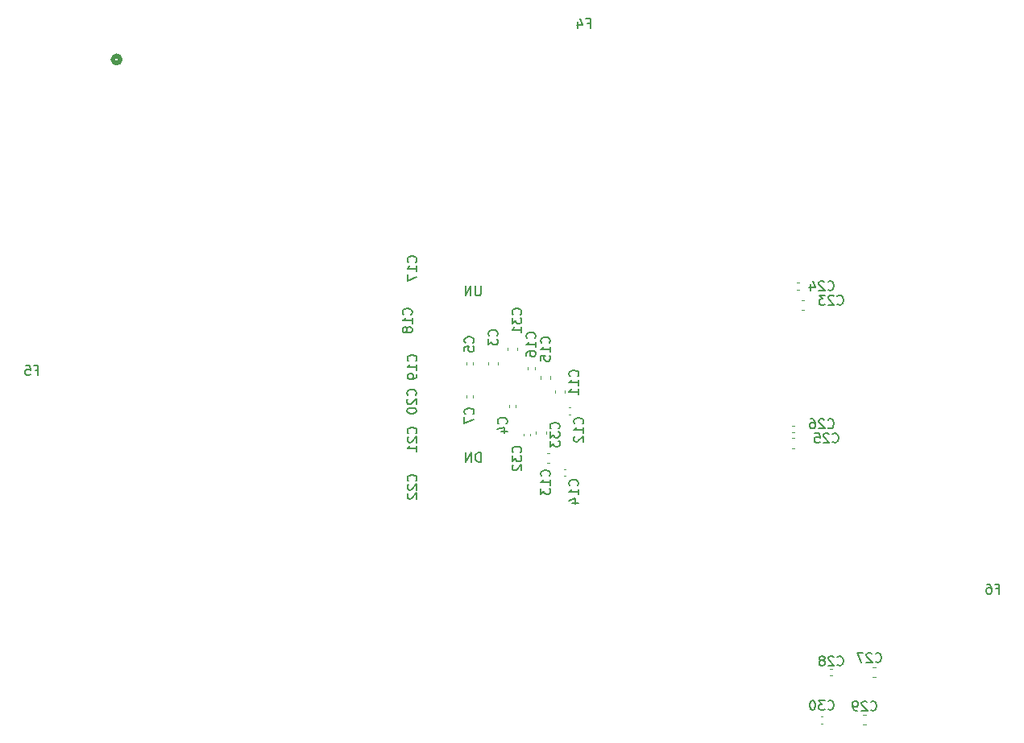
<source format=gbr>
%TF.GenerationSoftware,KiCad,Pcbnew,8.0.6-8.0.6-0~ubuntu24.04.1*%
%TF.CreationDate,2025-02-21T12:27:14-10:00*%
%TF.ProjectId,board_main,626f6172-645f-46d6-9169-6e2e6b696361,rev?*%
%TF.SameCoordinates,Original*%
%TF.FileFunction,Legend,Bot*%
%TF.FilePolarity,Positive*%
%FSLAX46Y46*%
G04 Gerber Fmt 4.6, Leading zero omitted, Abs format (unit mm)*
G04 Created by KiCad (PCBNEW 8.0.6-8.0.6-0~ubuntu24.04.1) date 2025-02-21 12:27:14*
%MOMM*%
%LPD*%
G01*
G04 APERTURE LIST*
%ADD10C,0.150000*%
%ADD11C,0.508000*%
%ADD12C,0.120000*%
G04 APERTURE END LIST*
D10*
X117663220Y-86869819D02*
X117663220Y-87679342D01*
X117663220Y-87679342D02*
X117615601Y-87774580D01*
X117615601Y-87774580D02*
X117567982Y-87822200D01*
X117567982Y-87822200D02*
X117472744Y-87869819D01*
X117472744Y-87869819D02*
X117282268Y-87869819D01*
X117282268Y-87869819D02*
X117187030Y-87822200D01*
X117187030Y-87822200D02*
X117139411Y-87774580D01*
X117139411Y-87774580D02*
X117091792Y-87679342D01*
X117091792Y-87679342D02*
X117091792Y-86869819D01*
X116615601Y-87869819D02*
X116615601Y-86869819D01*
X116615601Y-86869819D02*
X116044173Y-87869819D01*
X116044173Y-87869819D02*
X116044173Y-86869819D01*
X117663220Y-105369819D02*
X117663220Y-104369819D01*
X117663220Y-104369819D02*
X117425125Y-104369819D01*
X117425125Y-104369819D02*
X117282268Y-104417438D01*
X117282268Y-104417438D02*
X117187030Y-104512676D01*
X117187030Y-104512676D02*
X117139411Y-104607914D01*
X117139411Y-104607914D02*
X117091792Y-104798390D01*
X117091792Y-104798390D02*
X117091792Y-104941247D01*
X117091792Y-104941247D02*
X117139411Y-105131723D01*
X117139411Y-105131723D02*
X117187030Y-105226961D01*
X117187030Y-105226961D02*
X117282268Y-105322200D01*
X117282268Y-105322200D02*
X117425125Y-105369819D01*
X117425125Y-105369819D02*
X117663220Y-105369819D01*
X116663220Y-105369819D02*
X116663220Y-104369819D01*
X116663220Y-104369819D02*
X116091792Y-105369819D01*
X116091792Y-105369819D02*
X116091792Y-104369819D01*
X171833333Y-118716509D02*
X172166666Y-118716509D01*
X172166666Y-119240319D02*
X172166666Y-118240319D01*
X172166666Y-118240319D02*
X171690476Y-118240319D01*
X170880952Y-118240319D02*
X171071428Y-118240319D01*
X171071428Y-118240319D02*
X171166666Y-118287938D01*
X171166666Y-118287938D02*
X171214285Y-118335557D01*
X171214285Y-118335557D02*
X171309523Y-118478414D01*
X171309523Y-118478414D02*
X171357142Y-118668890D01*
X171357142Y-118668890D02*
X171357142Y-119049842D01*
X171357142Y-119049842D02*
X171309523Y-119145080D01*
X171309523Y-119145080D02*
X171261904Y-119192700D01*
X171261904Y-119192700D02*
X171166666Y-119240319D01*
X171166666Y-119240319D02*
X170976190Y-119240319D01*
X170976190Y-119240319D02*
X170880952Y-119192700D01*
X170880952Y-119192700D02*
X170833333Y-119145080D01*
X170833333Y-119145080D02*
X170785714Y-119049842D01*
X170785714Y-119049842D02*
X170785714Y-118811747D01*
X170785714Y-118811747D02*
X170833333Y-118716509D01*
X170833333Y-118716509D02*
X170880952Y-118668890D01*
X170880952Y-118668890D02*
X170976190Y-118621271D01*
X170976190Y-118621271D02*
X171166666Y-118621271D01*
X171166666Y-118621271D02*
X171261904Y-118668890D01*
X171261904Y-118668890D02*
X171309523Y-118716509D01*
X171309523Y-118716509D02*
X171357142Y-118811747D01*
X70833333Y-95716509D02*
X71166666Y-95716509D01*
X71166666Y-96240319D02*
X71166666Y-95240319D01*
X71166666Y-95240319D02*
X70690476Y-95240319D01*
X69833333Y-95240319D02*
X70309523Y-95240319D01*
X70309523Y-95240319D02*
X70357142Y-95716509D01*
X70357142Y-95716509D02*
X70309523Y-95668890D01*
X70309523Y-95668890D02*
X70214285Y-95621271D01*
X70214285Y-95621271D02*
X69976190Y-95621271D01*
X69976190Y-95621271D02*
X69880952Y-95668890D01*
X69880952Y-95668890D02*
X69833333Y-95716509D01*
X69833333Y-95716509D02*
X69785714Y-95811747D01*
X69785714Y-95811747D02*
X69785714Y-96049842D01*
X69785714Y-96049842D02*
X69833333Y-96145080D01*
X69833333Y-96145080D02*
X69880952Y-96192700D01*
X69880952Y-96192700D02*
X69976190Y-96240319D01*
X69976190Y-96240319D02*
X70214285Y-96240319D01*
X70214285Y-96240319D02*
X70309523Y-96192700D01*
X70309523Y-96192700D02*
X70357142Y-96145080D01*
X128833333Y-59216509D02*
X129166666Y-59216509D01*
X129166666Y-59740319D02*
X129166666Y-58740319D01*
X129166666Y-58740319D02*
X128690476Y-58740319D01*
X127880952Y-59073652D02*
X127880952Y-59740319D01*
X128119047Y-58692700D02*
X128357142Y-59406985D01*
X128357142Y-59406985D02*
X127738095Y-59406985D01*
X110359580Y-89857142D02*
X110407200Y-89809523D01*
X110407200Y-89809523D02*
X110454819Y-89666666D01*
X110454819Y-89666666D02*
X110454819Y-89571428D01*
X110454819Y-89571428D02*
X110407200Y-89428571D01*
X110407200Y-89428571D02*
X110311961Y-89333333D01*
X110311961Y-89333333D02*
X110216723Y-89285714D01*
X110216723Y-89285714D02*
X110026247Y-89238095D01*
X110026247Y-89238095D02*
X109883390Y-89238095D01*
X109883390Y-89238095D02*
X109692914Y-89285714D01*
X109692914Y-89285714D02*
X109597676Y-89333333D01*
X109597676Y-89333333D02*
X109502438Y-89428571D01*
X109502438Y-89428571D02*
X109454819Y-89571428D01*
X109454819Y-89571428D02*
X109454819Y-89666666D01*
X109454819Y-89666666D02*
X109502438Y-89809523D01*
X109502438Y-89809523D02*
X109550057Y-89857142D01*
X110454819Y-90809523D02*
X110454819Y-90238095D01*
X110454819Y-90523809D02*
X109454819Y-90523809D01*
X109454819Y-90523809D02*
X109597676Y-90428571D01*
X109597676Y-90428571D02*
X109692914Y-90333333D01*
X109692914Y-90333333D02*
X109740533Y-90238095D01*
X109883390Y-91380952D02*
X109835771Y-91285714D01*
X109835771Y-91285714D02*
X109788152Y-91238095D01*
X109788152Y-91238095D02*
X109692914Y-91190476D01*
X109692914Y-91190476D02*
X109645295Y-91190476D01*
X109645295Y-91190476D02*
X109550057Y-91238095D01*
X109550057Y-91238095D02*
X109502438Y-91285714D01*
X109502438Y-91285714D02*
X109454819Y-91380952D01*
X109454819Y-91380952D02*
X109454819Y-91571428D01*
X109454819Y-91571428D02*
X109502438Y-91666666D01*
X109502438Y-91666666D02*
X109550057Y-91714285D01*
X109550057Y-91714285D02*
X109645295Y-91761904D01*
X109645295Y-91761904D02*
X109692914Y-91761904D01*
X109692914Y-91761904D02*
X109788152Y-91714285D01*
X109788152Y-91714285D02*
X109835771Y-91666666D01*
X109835771Y-91666666D02*
X109883390Y-91571428D01*
X109883390Y-91571428D02*
X109883390Y-91380952D01*
X109883390Y-91380952D02*
X109931009Y-91285714D01*
X109931009Y-91285714D02*
X109978628Y-91238095D01*
X109978628Y-91238095D02*
X110073866Y-91190476D01*
X110073866Y-91190476D02*
X110264342Y-91190476D01*
X110264342Y-91190476D02*
X110359580Y-91238095D01*
X110359580Y-91238095D02*
X110407200Y-91285714D01*
X110407200Y-91285714D02*
X110454819Y-91380952D01*
X110454819Y-91380952D02*
X110454819Y-91571428D01*
X110454819Y-91571428D02*
X110407200Y-91666666D01*
X110407200Y-91666666D02*
X110359580Y-91714285D01*
X110359580Y-91714285D02*
X110264342Y-91761904D01*
X110264342Y-91761904D02*
X110073866Y-91761904D01*
X110073866Y-91761904D02*
X109978628Y-91714285D01*
X109978628Y-91714285D02*
X109931009Y-91666666D01*
X109931009Y-91666666D02*
X109883390Y-91571428D01*
X159142857Y-126359580D02*
X159190476Y-126407200D01*
X159190476Y-126407200D02*
X159333333Y-126454819D01*
X159333333Y-126454819D02*
X159428571Y-126454819D01*
X159428571Y-126454819D02*
X159571428Y-126407200D01*
X159571428Y-126407200D02*
X159666666Y-126311961D01*
X159666666Y-126311961D02*
X159714285Y-126216723D01*
X159714285Y-126216723D02*
X159761904Y-126026247D01*
X159761904Y-126026247D02*
X159761904Y-125883390D01*
X159761904Y-125883390D02*
X159714285Y-125692914D01*
X159714285Y-125692914D02*
X159666666Y-125597676D01*
X159666666Y-125597676D02*
X159571428Y-125502438D01*
X159571428Y-125502438D02*
X159428571Y-125454819D01*
X159428571Y-125454819D02*
X159333333Y-125454819D01*
X159333333Y-125454819D02*
X159190476Y-125502438D01*
X159190476Y-125502438D02*
X159142857Y-125550057D01*
X158761904Y-125550057D02*
X158714285Y-125502438D01*
X158714285Y-125502438D02*
X158619047Y-125454819D01*
X158619047Y-125454819D02*
X158380952Y-125454819D01*
X158380952Y-125454819D02*
X158285714Y-125502438D01*
X158285714Y-125502438D02*
X158238095Y-125550057D01*
X158238095Y-125550057D02*
X158190476Y-125645295D01*
X158190476Y-125645295D02*
X158190476Y-125740533D01*
X158190476Y-125740533D02*
X158238095Y-125883390D01*
X158238095Y-125883390D02*
X158809523Y-126454819D01*
X158809523Y-126454819D02*
X158190476Y-126454819D01*
X157857142Y-125454819D02*
X157190476Y-125454819D01*
X157190476Y-125454819D02*
X157619047Y-126454819D01*
X110859580Y-107357142D02*
X110907200Y-107309523D01*
X110907200Y-107309523D02*
X110954819Y-107166666D01*
X110954819Y-107166666D02*
X110954819Y-107071428D01*
X110954819Y-107071428D02*
X110907200Y-106928571D01*
X110907200Y-106928571D02*
X110811961Y-106833333D01*
X110811961Y-106833333D02*
X110716723Y-106785714D01*
X110716723Y-106785714D02*
X110526247Y-106738095D01*
X110526247Y-106738095D02*
X110383390Y-106738095D01*
X110383390Y-106738095D02*
X110192914Y-106785714D01*
X110192914Y-106785714D02*
X110097676Y-106833333D01*
X110097676Y-106833333D02*
X110002438Y-106928571D01*
X110002438Y-106928571D02*
X109954819Y-107071428D01*
X109954819Y-107071428D02*
X109954819Y-107166666D01*
X109954819Y-107166666D02*
X110002438Y-107309523D01*
X110002438Y-107309523D02*
X110050057Y-107357142D01*
X110050057Y-107738095D02*
X110002438Y-107785714D01*
X110002438Y-107785714D02*
X109954819Y-107880952D01*
X109954819Y-107880952D02*
X109954819Y-108119047D01*
X109954819Y-108119047D02*
X110002438Y-108214285D01*
X110002438Y-108214285D02*
X110050057Y-108261904D01*
X110050057Y-108261904D02*
X110145295Y-108309523D01*
X110145295Y-108309523D02*
X110240533Y-108309523D01*
X110240533Y-108309523D02*
X110383390Y-108261904D01*
X110383390Y-108261904D02*
X110954819Y-107690476D01*
X110954819Y-107690476D02*
X110954819Y-108309523D01*
X110050057Y-108690476D02*
X110002438Y-108738095D01*
X110002438Y-108738095D02*
X109954819Y-108833333D01*
X109954819Y-108833333D02*
X109954819Y-109071428D01*
X109954819Y-109071428D02*
X110002438Y-109166666D01*
X110002438Y-109166666D02*
X110050057Y-109214285D01*
X110050057Y-109214285D02*
X110145295Y-109261904D01*
X110145295Y-109261904D02*
X110240533Y-109261904D01*
X110240533Y-109261904D02*
X110383390Y-109214285D01*
X110383390Y-109214285D02*
X110954819Y-108642857D01*
X110954819Y-108642857D02*
X110954819Y-109261904D01*
X110859580Y-94757142D02*
X110907200Y-94709523D01*
X110907200Y-94709523D02*
X110954819Y-94566666D01*
X110954819Y-94566666D02*
X110954819Y-94471428D01*
X110954819Y-94471428D02*
X110907200Y-94328571D01*
X110907200Y-94328571D02*
X110811961Y-94233333D01*
X110811961Y-94233333D02*
X110716723Y-94185714D01*
X110716723Y-94185714D02*
X110526247Y-94138095D01*
X110526247Y-94138095D02*
X110383390Y-94138095D01*
X110383390Y-94138095D02*
X110192914Y-94185714D01*
X110192914Y-94185714D02*
X110097676Y-94233333D01*
X110097676Y-94233333D02*
X110002438Y-94328571D01*
X110002438Y-94328571D02*
X109954819Y-94471428D01*
X109954819Y-94471428D02*
X109954819Y-94566666D01*
X109954819Y-94566666D02*
X110002438Y-94709523D01*
X110002438Y-94709523D02*
X110050057Y-94757142D01*
X110954819Y-95709523D02*
X110954819Y-95138095D01*
X110954819Y-95423809D02*
X109954819Y-95423809D01*
X109954819Y-95423809D02*
X110097676Y-95328571D01*
X110097676Y-95328571D02*
X110192914Y-95233333D01*
X110192914Y-95233333D02*
X110240533Y-95138095D01*
X110954819Y-96185714D02*
X110954819Y-96376190D01*
X110954819Y-96376190D02*
X110907200Y-96471428D01*
X110907200Y-96471428D02*
X110859580Y-96519047D01*
X110859580Y-96519047D02*
X110716723Y-96614285D01*
X110716723Y-96614285D02*
X110526247Y-96661904D01*
X110526247Y-96661904D02*
X110145295Y-96661904D01*
X110145295Y-96661904D02*
X110050057Y-96614285D01*
X110050057Y-96614285D02*
X110002438Y-96566666D01*
X110002438Y-96566666D02*
X109954819Y-96471428D01*
X109954819Y-96471428D02*
X109954819Y-96280952D01*
X109954819Y-96280952D02*
X110002438Y-96185714D01*
X110002438Y-96185714D02*
X110050057Y-96138095D01*
X110050057Y-96138095D02*
X110145295Y-96090476D01*
X110145295Y-96090476D02*
X110383390Y-96090476D01*
X110383390Y-96090476D02*
X110478628Y-96138095D01*
X110478628Y-96138095D02*
X110526247Y-96185714D01*
X110526247Y-96185714D02*
X110573866Y-96280952D01*
X110573866Y-96280952D02*
X110573866Y-96471428D01*
X110573866Y-96471428D02*
X110526247Y-96566666D01*
X110526247Y-96566666D02*
X110478628Y-96614285D01*
X110478628Y-96614285D02*
X110383390Y-96661904D01*
X116859580Y-100333333D02*
X116907200Y-100285714D01*
X116907200Y-100285714D02*
X116954819Y-100142857D01*
X116954819Y-100142857D02*
X116954819Y-100047619D01*
X116954819Y-100047619D02*
X116907200Y-99904762D01*
X116907200Y-99904762D02*
X116811961Y-99809524D01*
X116811961Y-99809524D02*
X116716723Y-99761905D01*
X116716723Y-99761905D02*
X116526247Y-99714286D01*
X116526247Y-99714286D02*
X116383390Y-99714286D01*
X116383390Y-99714286D02*
X116192914Y-99761905D01*
X116192914Y-99761905D02*
X116097676Y-99809524D01*
X116097676Y-99809524D02*
X116002438Y-99904762D01*
X116002438Y-99904762D02*
X115954819Y-100047619D01*
X115954819Y-100047619D02*
X115954819Y-100142857D01*
X115954819Y-100142857D02*
X116002438Y-100285714D01*
X116002438Y-100285714D02*
X116050057Y-100333333D01*
X115954819Y-100666667D02*
X115954819Y-101333333D01*
X115954819Y-101333333D02*
X116954819Y-100904762D01*
X127839580Y-107857142D02*
X127887200Y-107809523D01*
X127887200Y-107809523D02*
X127934819Y-107666666D01*
X127934819Y-107666666D02*
X127934819Y-107571428D01*
X127934819Y-107571428D02*
X127887200Y-107428571D01*
X127887200Y-107428571D02*
X127791961Y-107333333D01*
X127791961Y-107333333D02*
X127696723Y-107285714D01*
X127696723Y-107285714D02*
X127506247Y-107238095D01*
X127506247Y-107238095D02*
X127363390Y-107238095D01*
X127363390Y-107238095D02*
X127172914Y-107285714D01*
X127172914Y-107285714D02*
X127077676Y-107333333D01*
X127077676Y-107333333D02*
X126982438Y-107428571D01*
X126982438Y-107428571D02*
X126934819Y-107571428D01*
X126934819Y-107571428D02*
X126934819Y-107666666D01*
X126934819Y-107666666D02*
X126982438Y-107809523D01*
X126982438Y-107809523D02*
X127030057Y-107857142D01*
X127934819Y-108809523D02*
X127934819Y-108238095D01*
X127934819Y-108523809D02*
X126934819Y-108523809D01*
X126934819Y-108523809D02*
X127077676Y-108428571D01*
X127077676Y-108428571D02*
X127172914Y-108333333D01*
X127172914Y-108333333D02*
X127220533Y-108238095D01*
X127268152Y-109666666D02*
X127934819Y-109666666D01*
X126887200Y-109428571D02*
X127601485Y-109190476D01*
X127601485Y-109190476D02*
X127601485Y-109809523D01*
X119359580Y-92108333D02*
X119407200Y-92060714D01*
X119407200Y-92060714D02*
X119454819Y-91917857D01*
X119454819Y-91917857D02*
X119454819Y-91822619D01*
X119454819Y-91822619D02*
X119407200Y-91679762D01*
X119407200Y-91679762D02*
X119311961Y-91584524D01*
X119311961Y-91584524D02*
X119216723Y-91536905D01*
X119216723Y-91536905D02*
X119026247Y-91489286D01*
X119026247Y-91489286D02*
X118883390Y-91489286D01*
X118883390Y-91489286D02*
X118692914Y-91536905D01*
X118692914Y-91536905D02*
X118597676Y-91584524D01*
X118597676Y-91584524D02*
X118502438Y-91679762D01*
X118502438Y-91679762D02*
X118454819Y-91822619D01*
X118454819Y-91822619D02*
X118454819Y-91917857D01*
X118454819Y-91917857D02*
X118502438Y-92060714D01*
X118502438Y-92060714D02*
X118550057Y-92108333D01*
X118454819Y-92441667D02*
X118454819Y-93060714D01*
X118454819Y-93060714D02*
X118835771Y-92727381D01*
X118835771Y-92727381D02*
X118835771Y-92870238D01*
X118835771Y-92870238D02*
X118883390Y-92965476D01*
X118883390Y-92965476D02*
X118931009Y-93013095D01*
X118931009Y-93013095D02*
X119026247Y-93060714D01*
X119026247Y-93060714D02*
X119264342Y-93060714D01*
X119264342Y-93060714D02*
X119359580Y-93013095D01*
X119359580Y-93013095D02*
X119407200Y-92965476D01*
X119407200Y-92965476D02*
X119454819Y-92870238D01*
X119454819Y-92870238D02*
X119454819Y-92584524D01*
X119454819Y-92584524D02*
X119407200Y-92489286D01*
X119407200Y-92489286D02*
X119359580Y-92441667D01*
X110809580Y-98357142D02*
X110857200Y-98309523D01*
X110857200Y-98309523D02*
X110904819Y-98166666D01*
X110904819Y-98166666D02*
X110904819Y-98071428D01*
X110904819Y-98071428D02*
X110857200Y-97928571D01*
X110857200Y-97928571D02*
X110761961Y-97833333D01*
X110761961Y-97833333D02*
X110666723Y-97785714D01*
X110666723Y-97785714D02*
X110476247Y-97738095D01*
X110476247Y-97738095D02*
X110333390Y-97738095D01*
X110333390Y-97738095D02*
X110142914Y-97785714D01*
X110142914Y-97785714D02*
X110047676Y-97833333D01*
X110047676Y-97833333D02*
X109952438Y-97928571D01*
X109952438Y-97928571D02*
X109904819Y-98071428D01*
X109904819Y-98071428D02*
X109904819Y-98166666D01*
X109904819Y-98166666D02*
X109952438Y-98309523D01*
X109952438Y-98309523D02*
X110000057Y-98357142D01*
X110000057Y-98738095D02*
X109952438Y-98785714D01*
X109952438Y-98785714D02*
X109904819Y-98880952D01*
X109904819Y-98880952D02*
X109904819Y-99119047D01*
X109904819Y-99119047D02*
X109952438Y-99214285D01*
X109952438Y-99214285D02*
X110000057Y-99261904D01*
X110000057Y-99261904D02*
X110095295Y-99309523D01*
X110095295Y-99309523D02*
X110190533Y-99309523D01*
X110190533Y-99309523D02*
X110333390Y-99261904D01*
X110333390Y-99261904D02*
X110904819Y-98690476D01*
X110904819Y-98690476D02*
X110904819Y-99309523D01*
X109904819Y-99928571D02*
X109904819Y-100023809D01*
X109904819Y-100023809D02*
X109952438Y-100119047D01*
X109952438Y-100119047D02*
X110000057Y-100166666D01*
X110000057Y-100166666D02*
X110095295Y-100214285D01*
X110095295Y-100214285D02*
X110285771Y-100261904D01*
X110285771Y-100261904D02*
X110523866Y-100261904D01*
X110523866Y-100261904D02*
X110714342Y-100214285D01*
X110714342Y-100214285D02*
X110809580Y-100166666D01*
X110809580Y-100166666D02*
X110857200Y-100119047D01*
X110857200Y-100119047D02*
X110904819Y-100023809D01*
X110904819Y-100023809D02*
X110904819Y-99928571D01*
X110904819Y-99928571D02*
X110857200Y-99833333D01*
X110857200Y-99833333D02*
X110809580Y-99785714D01*
X110809580Y-99785714D02*
X110714342Y-99738095D01*
X110714342Y-99738095D02*
X110523866Y-99690476D01*
X110523866Y-99690476D02*
X110285771Y-99690476D01*
X110285771Y-99690476D02*
X110095295Y-99738095D01*
X110095295Y-99738095D02*
X110000057Y-99785714D01*
X110000057Y-99785714D02*
X109952438Y-99833333D01*
X109952438Y-99833333D02*
X109904819Y-99928571D01*
X123359580Y-92357142D02*
X123407200Y-92309523D01*
X123407200Y-92309523D02*
X123454819Y-92166666D01*
X123454819Y-92166666D02*
X123454819Y-92071428D01*
X123454819Y-92071428D02*
X123407200Y-91928571D01*
X123407200Y-91928571D02*
X123311961Y-91833333D01*
X123311961Y-91833333D02*
X123216723Y-91785714D01*
X123216723Y-91785714D02*
X123026247Y-91738095D01*
X123026247Y-91738095D02*
X122883390Y-91738095D01*
X122883390Y-91738095D02*
X122692914Y-91785714D01*
X122692914Y-91785714D02*
X122597676Y-91833333D01*
X122597676Y-91833333D02*
X122502438Y-91928571D01*
X122502438Y-91928571D02*
X122454819Y-92071428D01*
X122454819Y-92071428D02*
X122454819Y-92166666D01*
X122454819Y-92166666D02*
X122502438Y-92309523D01*
X122502438Y-92309523D02*
X122550057Y-92357142D01*
X123454819Y-93309523D02*
X123454819Y-92738095D01*
X123454819Y-93023809D02*
X122454819Y-93023809D01*
X122454819Y-93023809D02*
X122597676Y-92928571D01*
X122597676Y-92928571D02*
X122692914Y-92833333D01*
X122692914Y-92833333D02*
X122740533Y-92738095D01*
X122454819Y-94166666D02*
X122454819Y-93976190D01*
X122454819Y-93976190D02*
X122502438Y-93880952D01*
X122502438Y-93880952D02*
X122550057Y-93833333D01*
X122550057Y-93833333D02*
X122692914Y-93738095D01*
X122692914Y-93738095D02*
X122883390Y-93690476D01*
X122883390Y-93690476D02*
X123264342Y-93690476D01*
X123264342Y-93690476D02*
X123359580Y-93738095D01*
X123359580Y-93738095D02*
X123407200Y-93785714D01*
X123407200Y-93785714D02*
X123454819Y-93880952D01*
X123454819Y-93880952D02*
X123454819Y-94071428D01*
X123454819Y-94071428D02*
X123407200Y-94166666D01*
X123407200Y-94166666D02*
X123359580Y-94214285D01*
X123359580Y-94214285D02*
X123264342Y-94261904D01*
X123264342Y-94261904D02*
X123026247Y-94261904D01*
X123026247Y-94261904D02*
X122931009Y-94214285D01*
X122931009Y-94214285D02*
X122883390Y-94166666D01*
X122883390Y-94166666D02*
X122835771Y-94071428D01*
X122835771Y-94071428D02*
X122835771Y-93880952D01*
X122835771Y-93880952D02*
X122883390Y-93785714D01*
X122883390Y-93785714D02*
X122931009Y-93738095D01*
X122931009Y-93738095D02*
X123026247Y-93690476D01*
X110859580Y-84357142D02*
X110907200Y-84309523D01*
X110907200Y-84309523D02*
X110954819Y-84166666D01*
X110954819Y-84166666D02*
X110954819Y-84071428D01*
X110954819Y-84071428D02*
X110907200Y-83928571D01*
X110907200Y-83928571D02*
X110811961Y-83833333D01*
X110811961Y-83833333D02*
X110716723Y-83785714D01*
X110716723Y-83785714D02*
X110526247Y-83738095D01*
X110526247Y-83738095D02*
X110383390Y-83738095D01*
X110383390Y-83738095D02*
X110192914Y-83785714D01*
X110192914Y-83785714D02*
X110097676Y-83833333D01*
X110097676Y-83833333D02*
X110002438Y-83928571D01*
X110002438Y-83928571D02*
X109954819Y-84071428D01*
X109954819Y-84071428D02*
X109954819Y-84166666D01*
X109954819Y-84166666D02*
X110002438Y-84309523D01*
X110002438Y-84309523D02*
X110050057Y-84357142D01*
X110954819Y-85309523D02*
X110954819Y-84738095D01*
X110954819Y-85023809D02*
X109954819Y-85023809D01*
X109954819Y-85023809D02*
X110097676Y-84928571D01*
X110097676Y-84928571D02*
X110192914Y-84833333D01*
X110192914Y-84833333D02*
X110240533Y-84738095D01*
X109954819Y-85642857D02*
X109954819Y-86309523D01*
X109954819Y-86309523D02*
X110954819Y-85880952D01*
X155142857Y-126699580D02*
X155190476Y-126747200D01*
X155190476Y-126747200D02*
X155333333Y-126794819D01*
X155333333Y-126794819D02*
X155428571Y-126794819D01*
X155428571Y-126794819D02*
X155571428Y-126747200D01*
X155571428Y-126747200D02*
X155666666Y-126651961D01*
X155666666Y-126651961D02*
X155714285Y-126556723D01*
X155714285Y-126556723D02*
X155761904Y-126366247D01*
X155761904Y-126366247D02*
X155761904Y-126223390D01*
X155761904Y-126223390D02*
X155714285Y-126032914D01*
X155714285Y-126032914D02*
X155666666Y-125937676D01*
X155666666Y-125937676D02*
X155571428Y-125842438D01*
X155571428Y-125842438D02*
X155428571Y-125794819D01*
X155428571Y-125794819D02*
X155333333Y-125794819D01*
X155333333Y-125794819D02*
X155190476Y-125842438D01*
X155190476Y-125842438D02*
X155142857Y-125890057D01*
X154761904Y-125890057D02*
X154714285Y-125842438D01*
X154714285Y-125842438D02*
X154619047Y-125794819D01*
X154619047Y-125794819D02*
X154380952Y-125794819D01*
X154380952Y-125794819D02*
X154285714Y-125842438D01*
X154285714Y-125842438D02*
X154238095Y-125890057D01*
X154238095Y-125890057D02*
X154190476Y-125985295D01*
X154190476Y-125985295D02*
X154190476Y-126080533D01*
X154190476Y-126080533D02*
X154238095Y-126223390D01*
X154238095Y-126223390D02*
X154809523Y-126794819D01*
X154809523Y-126794819D02*
X154190476Y-126794819D01*
X153619047Y-126223390D02*
X153714285Y-126175771D01*
X153714285Y-126175771D02*
X153761904Y-126128152D01*
X153761904Y-126128152D02*
X153809523Y-126032914D01*
X153809523Y-126032914D02*
X153809523Y-125985295D01*
X153809523Y-125985295D02*
X153761904Y-125890057D01*
X153761904Y-125890057D02*
X153714285Y-125842438D01*
X153714285Y-125842438D02*
X153619047Y-125794819D01*
X153619047Y-125794819D02*
X153428571Y-125794819D01*
X153428571Y-125794819D02*
X153333333Y-125842438D01*
X153333333Y-125842438D02*
X153285714Y-125890057D01*
X153285714Y-125890057D02*
X153238095Y-125985295D01*
X153238095Y-125985295D02*
X153238095Y-126032914D01*
X153238095Y-126032914D02*
X153285714Y-126128152D01*
X153285714Y-126128152D02*
X153333333Y-126175771D01*
X153333333Y-126175771D02*
X153428571Y-126223390D01*
X153428571Y-126223390D02*
X153619047Y-126223390D01*
X153619047Y-126223390D02*
X153714285Y-126271009D01*
X153714285Y-126271009D02*
X153761904Y-126318628D01*
X153761904Y-126318628D02*
X153809523Y-126413866D01*
X153809523Y-126413866D02*
X153809523Y-126604342D01*
X153809523Y-126604342D02*
X153761904Y-126699580D01*
X153761904Y-126699580D02*
X153714285Y-126747200D01*
X153714285Y-126747200D02*
X153619047Y-126794819D01*
X153619047Y-126794819D02*
X153428571Y-126794819D01*
X153428571Y-126794819D02*
X153333333Y-126747200D01*
X153333333Y-126747200D02*
X153285714Y-126699580D01*
X153285714Y-126699580D02*
X153238095Y-126604342D01*
X153238095Y-126604342D02*
X153238095Y-126413866D01*
X153238095Y-126413866D02*
X153285714Y-126318628D01*
X153285714Y-126318628D02*
X153333333Y-126271009D01*
X153333333Y-126271009D02*
X153428571Y-126223390D01*
X120359580Y-101333333D02*
X120407200Y-101285714D01*
X120407200Y-101285714D02*
X120454819Y-101142857D01*
X120454819Y-101142857D02*
X120454819Y-101047619D01*
X120454819Y-101047619D02*
X120407200Y-100904762D01*
X120407200Y-100904762D02*
X120311961Y-100809524D01*
X120311961Y-100809524D02*
X120216723Y-100761905D01*
X120216723Y-100761905D02*
X120026247Y-100714286D01*
X120026247Y-100714286D02*
X119883390Y-100714286D01*
X119883390Y-100714286D02*
X119692914Y-100761905D01*
X119692914Y-100761905D02*
X119597676Y-100809524D01*
X119597676Y-100809524D02*
X119502438Y-100904762D01*
X119502438Y-100904762D02*
X119454819Y-101047619D01*
X119454819Y-101047619D02*
X119454819Y-101142857D01*
X119454819Y-101142857D02*
X119502438Y-101285714D01*
X119502438Y-101285714D02*
X119550057Y-101333333D01*
X119788152Y-102190476D02*
X120454819Y-102190476D01*
X119407200Y-101952381D02*
X120121485Y-101714286D01*
X120121485Y-101714286D02*
X120121485Y-102333333D01*
X125859580Y-101857142D02*
X125907200Y-101809523D01*
X125907200Y-101809523D02*
X125954819Y-101666666D01*
X125954819Y-101666666D02*
X125954819Y-101571428D01*
X125954819Y-101571428D02*
X125907200Y-101428571D01*
X125907200Y-101428571D02*
X125811961Y-101333333D01*
X125811961Y-101333333D02*
X125716723Y-101285714D01*
X125716723Y-101285714D02*
X125526247Y-101238095D01*
X125526247Y-101238095D02*
X125383390Y-101238095D01*
X125383390Y-101238095D02*
X125192914Y-101285714D01*
X125192914Y-101285714D02*
X125097676Y-101333333D01*
X125097676Y-101333333D02*
X125002438Y-101428571D01*
X125002438Y-101428571D02*
X124954819Y-101571428D01*
X124954819Y-101571428D02*
X124954819Y-101666666D01*
X124954819Y-101666666D02*
X125002438Y-101809523D01*
X125002438Y-101809523D02*
X125050057Y-101857142D01*
X124954819Y-102190476D02*
X124954819Y-102809523D01*
X124954819Y-102809523D02*
X125335771Y-102476190D01*
X125335771Y-102476190D02*
X125335771Y-102619047D01*
X125335771Y-102619047D02*
X125383390Y-102714285D01*
X125383390Y-102714285D02*
X125431009Y-102761904D01*
X125431009Y-102761904D02*
X125526247Y-102809523D01*
X125526247Y-102809523D02*
X125764342Y-102809523D01*
X125764342Y-102809523D02*
X125859580Y-102761904D01*
X125859580Y-102761904D02*
X125907200Y-102714285D01*
X125907200Y-102714285D02*
X125954819Y-102619047D01*
X125954819Y-102619047D02*
X125954819Y-102333333D01*
X125954819Y-102333333D02*
X125907200Y-102238095D01*
X125907200Y-102238095D02*
X125859580Y-102190476D01*
X124954819Y-103142857D02*
X124954819Y-103761904D01*
X124954819Y-103761904D02*
X125335771Y-103428571D01*
X125335771Y-103428571D02*
X125335771Y-103571428D01*
X125335771Y-103571428D02*
X125383390Y-103666666D01*
X125383390Y-103666666D02*
X125431009Y-103714285D01*
X125431009Y-103714285D02*
X125526247Y-103761904D01*
X125526247Y-103761904D02*
X125764342Y-103761904D01*
X125764342Y-103761904D02*
X125859580Y-103714285D01*
X125859580Y-103714285D02*
X125907200Y-103666666D01*
X125907200Y-103666666D02*
X125954819Y-103571428D01*
X125954819Y-103571428D02*
X125954819Y-103285714D01*
X125954819Y-103285714D02*
X125907200Y-103190476D01*
X125907200Y-103190476D02*
X125859580Y-103142857D01*
X154142857Y-101752380D02*
X154190476Y-101800000D01*
X154190476Y-101800000D02*
X154333333Y-101847619D01*
X154333333Y-101847619D02*
X154428571Y-101847619D01*
X154428571Y-101847619D02*
X154571428Y-101800000D01*
X154571428Y-101800000D02*
X154666666Y-101704761D01*
X154666666Y-101704761D02*
X154714285Y-101609523D01*
X154714285Y-101609523D02*
X154761904Y-101419047D01*
X154761904Y-101419047D02*
X154761904Y-101276190D01*
X154761904Y-101276190D02*
X154714285Y-101085714D01*
X154714285Y-101085714D02*
X154666666Y-100990476D01*
X154666666Y-100990476D02*
X154571428Y-100895238D01*
X154571428Y-100895238D02*
X154428571Y-100847619D01*
X154428571Y-100847619D02*
X154333333Y-100847619D01*
X154333333Y-100847619D02*
X154190476Y-100895238D01*
X154190476Y-100895238D02*
X154142857Y-100942857D01*
X153761904Y-100942857D02*
X153714285Y-100895238D01*
X153714285Y-100895238D02*
X153619047Y-100847619D01*
X153619047Y-100847619D02*
X153380952Y-100847619D01*
X153380952Y-100847619D02*
X153285714Y-100895238D01*
X153285714Y-100895238D02*
X153238095Y-100942857D01*
X153238095Y-100942857D02*
X153190476Y-101038095D01*
X153190476Y-101038095D02*
X153190476Y-101133333D01*
X153190476Y-101133333D02*
X153238095Y-101276190D01*
X153238095Y-101276190D02*
X153809523Y-101847619D01*
X153809523Y-101847619D02*
X153190476Y-101847619D01*
X152333333Y-100847619D02*
X152523809Y-100847619D01*
X152523809Y-100847619D02*
X152619047Y-100895238D01*
X152619047Y-100895238D02*
X152666666Y-100942857D01*
X152666666Y-100942857D02*
X152761904Y-101085714D01*
X152761904Y-101085714D02*
X152809523Y-101276190D01*
X152809523Y-101276190D02*
X152809523Y-101657142D01*
X152809523Y-101657142D02*
X152761904Y-101752380D01*
X152761904Y-101752380D02*
X152714285Y-101800000D01*
X152714285Y-101800000D02*
X152619047Y-101847619D01*
X152619047Y-101847619D02*
X152428571Y-101847619D01*
X152428571Y-101847619D02*
X152333333Y-101800000D01*
X152333333Y-101800000D02*
X152285714Y-101752380D01*
X152285714Y-101752380D02*
X152238095Y-101657142D01*
X152238095Y-101657142D02*
X152238095Y-101419047D01*
X152238095Y-101419047D02*
X152285714Y-101323809D01*
X152285714Y-101323809D02*
X152333333Y-101276190D01*
X152333333Y-101276190D02*
X152428571Y-101228571D01*
X152428571Y-101228571D02*
X152619047Y-101228571D01*
X152619047Y-101228571D02*
X152714285Y-101276190D01*
X152714285Y-101276190D02*
X152761904Y-101323809D01*
X152761904Y-101323809D02*
X152809523Y-101419047D01*
X155142857Y-88752380D02*
X155190476Y-88800000D01*
X155190476Y-88800000D02*
X155333333Y-88847619D01*
X155333333Y-88847619D02*
X155428571Y-88847619D01*
X155428571Y-88847619D02*
X155571428Y-88800000D01*
X155571428Y-88800000D02*
X155666666Y-88704761D01*
X155666666Y-88704761D02*
X155714285Y-88609523D01*
X155714285Y-88609523D02*
X155761904Y-88419047D01*
X155761904Y-88419047D02*
X155761904Y-88276190D01*
X155761904Y-88276190D02*
X155714285Y-88085714D01*
X155714285Y-88085714D02*
X155666666Y-87990476D01*
X155666666Y-87990476D02*
X155571428Y-87895238D01*
X155571428Y-87895238D02*
X155428571Y-87847619D01*
X155428571Y-87847619D02*
X155333333Y-87847619D01*
X155333333Y-87847619D02*
X155190476Y-87895238D01*
X155190476Y-87895238D02*
X155142857Y-87942857D01*
X154761904Y-87942857D02*
X154714285Y-87895238D01*
X154714285Y-87895238D02*
X154619047Y-87847619D01*
X154619047Y-87847619D02*
X154380952Y-87847619D01*
X154380952Y-87847619D02*
X154285714Y-87895238D01*
X154285714Y-87895238D02*
X154238095Y-87942857D01*
X154238095Y-87942857D02*
X154190476Y-88038095D01*
X154190476Y-88038095D02*
X154190476Y-88133333D01*
X154190476Y-88133333D02*
X154238095Y-88276190D01*
X154238095Y-88276190D02*
X154809523Y-88847619D01*
X154809523Y-88847619D02*
X154190476Y-88847619D01*
X153857142Y-87847619D02*
X153238095Y-87847619D01*
X153238095Y-87847619D02*
X153571428Y-88228571D01*
X153571428Y-88228571D02*
X153428571Y-88228571D01*
X153428571Y-88228571D02*
X153333333Y-88276190D01*
X153333333Y-88276190D02*
X153285714Y-88323809D01*
X153285714Y-88323809D02*
X153238095Y-88419047D01*
X153238095Y-88419047D02*
X153238095Y-88657142D01*
X153238095Y-88657142D02*
X153285714Y-88752380D01*
X153285714Y-88752380D02*
X153333333Y-88800000D01*
X153333333Y-88800000D02*
X153428571Y-88847619D01*
X153428571Y-88847619D02*
X153714285Y-88847619D01*
X153714285Y-88847619D02*
X153809523Y-88800000D01*
X153809523Y-88800000D02*
X153857142Y-88752380D01*
X124859580Y-106857142D02*
X124907200Y-106809523D01*
X124907200Y-106809523D02*
X124954819Y-106666666D01*
X124954819Y-106666666D02*
X124954819Y-106571428D01*
X124954819Y-106571428D02*
X124907200Y-106428571D01*
X124907200Y-106428571D02*
X124811961Y-106333333D01*
X124811961Y-106333333D02*
X124716723Y-106285714D01*
X124716723Y-106285714D02*
X124526247Y-106238095D01*
X124526247Y-106238095D02*
X124383390Y-106238095D01*
X124383390Y-106238095D02*
X124192914Y-106285714D01*
X124192914Y-106285714D02*
X124097676Y-106333333D01*
X124097676Y-106333333D02*
X124002438Y-106428571D01*
X124002438Y-106428571D02*
X123954819Y-106571428D01*
X123954819Y-106571428D02*
X123954819Y-106666666D01*
X123954819Y-106666666D02*
X124002438Y-106809523D01*
X124002438Y-106809523D02*
X124050057Y-106857142D01*
X124954819Y-107809523D02*
X124954819Y-107238095D01*
X124954819Y-107523809D02*
X123954819Y-107523809D01*
X123954819Y-107523809D02*
X124097676Y-107428571D01*
X124097676Y-107428571D02*
X124192914Y-107333333D01*
X124192914Y-107333333D02*
X124240533Y-107238095D01*
X123954819Y-108142857D02*
X123954819Y-108761904D01*
X123954819Y-108761904D02*
X124335771Y-108428571D01*
X124335771Y-108428571D02*
X124335771Y-108571428D01*
X124335771Y-108571428D02*
X124383390Y-108666666D01*
X124383390Y-108666666D02*
X124431009Y-108714285D01*
X124431009Y-108714285D02*
X124526247Y-108761904D01*
X124526247Y-108761904D02*
X124764342Y-108761904D01*
X124764342Y-108761904D02*
X124859580Y-108714285D01*
X124859580Y-108714285D02*
X124907200Y-108666666D01*
X124907200Y-108666666D02*
X124954819Y-108571428D01*
X124954819Y-108571428D02*
X124954819Y-108285714D01*
X124954819Y-108285714D02*
X124907200Y-108190476D01*
X124907200Y-108190476D02*
X124859580Y-108142857D01*
X158642857Y-131429580D02*
X158690476Y-131477200D01*
X158690476Y-131477200D02*
X158833333Y-131524819D01*
X158833333Y-131524819D02*
X158928571Y-131524819D01*
X158928571Y-131524819D02*
X159071428Y-131477200D01*
X159071428Y-131477200D02*
X159166666Y-131381961D01*
X159166666Y-131381961D02*
X159214285Y-131286723D01*
X159214285Y-131286723D02*
X159261904Y-131096247D01*
X159261904Y-131096247D02*
X159261904Y-130953390D01*
X159261904Y-130953390D02*
X159214285Y-130762914D01*
X159214285Y-130762914D02*
X159166666Y-130667676D01*
X159166666Y-130667676D02*
X159071428Y-130572438D01*
X159071428Y-130572438D02*
X158928571Y-130524819D01*
X158928571Y-130524819D02*
X158833333Y-130524819D01*
X158833333Y-130524819D02*
X158690476Y-130572438D01*
X158690476Y-130572438D02*
X158642857Y-130620057D01*
X158261904Y-130620057D02*
X158214285Y-130572438D01*
X158214285Y-130572438D02*
X158119047Y-130524819D01*
X158119047Y-130524819D02*
X157880952Y-130524819D01*
X157880952Y-130524819D02*
X157785714Y-130572438D01*
X157785714Y-130572438D02*
X157738095Y-130620057D01*
X157738095Y-130620057D02*
X157690476Y-130715295D01*
X157690476Y-130715295D02*
X157690476Y-130810533D01*
X157690476Y-130810533D02*
X157738095Y-130953390D01*
X157738095Y-130953390D02*
X158309523Y-131524819D01*
X158309523Y-131524819D02*
X157690476Y-131524819D01*
X157214285Y-131524819D02*
X157023809Y-131524819D01*
X157023809Y-131524819D02*
X156928571Y-131477200D01*
X156928571Y-131477200D02*
X156880952Y-131429580D01*
X156880952Y-131429580D02*
X156785714Y-131286723D01*
X156785714Y-131286723D02*
X156738095Y-131096247D01*
X156738095Y-131096247D02*
X156738095Y-130715295D01*
X156738095Y-130715295D02*
X156785714Y-130620057D01*
X156785714Y-130620057D02*
X156833333Y-130572438D01*
X156833333Y-130572438D02*
X156928571Y-130524819D01*
X156928571Y-130524819D02*
X157119047Y-130524819D01*
X157119047Y-130524819D02*
X157214285Y-130572438D01*
X157214285Y-130572438D02*
X157261904Y-130620057D01*
X157261904Y-130620057D02*
X157309523Y-130715295D01*
X157309523Y-130715295D02*
X157309523Y-130953390D01*
X157309523Y-130953390D02*
X157261904Y-131048628D01*
X157261904Y-131048628D02*
X157214285Y-131096247D01*
X157214285Y-131096247D02*
X157119047Y-131143866D01*
X157119047Y-131143866D02*
X156928571Y-131143866D01*
X156928571Y-131143866D02*
X156833333Y-131096247D01*
X156833333Y-131096247D02*
X156785714Y-131048628D01*
X156785714Y-131048628D02*
X156738095Y-130953390D01*
X128359580Y-101357142D02*
X128407200Y-101309523D01*
X128407200Y-101309523D02*
X128454819Y-101166666D01*
X128454819Y-101166666D02*
X128454819Y-101071428D01*
X128454819Y-101071428D02*
X128407200Y-100928571D01*
X128407200Y-100928571D02*
X128311961Y-100833333D01*
X128311961Y-100833333D02*
X128216723Y-100785714D01*
X128216723Y-100785714D02*
X128026247Y-100738095D01*
X128026247Y-100738095D02*
X127883390Y-100738095D01*
X127883390Y-100738095D02*
X127692914Y-100785714D01*
X127692914Y-100785714D02*
X127597676Y-100833333D01*
X127597676Y-100833333D02*
X127502438Y-100928571D01*
X127502438Y-100928571D02*
X127454819Y-101071428D01*
X127454819Y-101071428D02*
X127454819Y-101166666D01*
X127454819Y-101166666D02*
X127502438Y-101309523D01*
X127502438Y-101309523D02*
X127550057Y-101357142D01*
X128454819Y-102309523D02*
X128454819Y-101738095D01*
X128454819Y-102023809D02*
X127454819Y-102023809D01*
X127454819Y-102023809D02*
X127597676Y-101928571D01*
X127597676Y-101928571D02*
X127692914Y-101833333D01*
X127692914Y-101833333D02*
X127740533Y-101738095D01*
X127550057Y-102690476D02*
X127502438Y-102738095D01*
X127502438Y-102738095D02*
X127454819Y-102833333D01*
X127454819Y-102833333D02*
X127454819Y-103071428D01*
X127454819Y-103071428D02*
X127502438Y-103166666D01*
X127502438Y-103166666D02*
X127550057Y-103214285D01*
X127550057Y-103214285D02*
X127645295Y-103261904D01*
X127645295Y-103261904D02*
X127740533Y-103261904D01*
X127740533Y-103261904D02*
X127883390Y-103214285D01*
X127883390Y-103214285D02*
X128454819Y-102642857D01*
X128454819Y-102642857D02*
X128454819Y-103261904D01*
X121859580Y-89857142D02*
X121907200Y-89809523D01*
X121907200Y-89809523D02*
X121954819Y-89666666D01*
X121954819Y-89666666D02*
X121954819Y-89571428D01*
X121954819Y-89571428D02*
X121907200Y-89428571D01*
X121907200Y-89428571D02*
X121811961Y-89333333D01*
X121811961Y-89333333D02*
X121716723Y-89285714D01*
X121716723Y-89285714D02*
X121526247Y-89238095D01*
X121526247Y-89238095D02*
X121383390Y-89238095D01*
X121383390Y-89238095D02*
X121192914Y-89285714D01*
X121192914Y-89285714D02*
X121097676Y-89333333D01*
X121097676Y-89333333D02*
X121002438Y-89428571D01*
X121002438Y-89428571D02*
X120954819Y-89571428D01*
X120954819Y-89571428D02*
X120954819Y-89666666D01*
X120954819Y-89666666D02*
X121002438Y-89809523D01*
X121002438Y-89809523D02*
X121050057Y-89857142D01*
X120954819Y-90190476D02*
X120954819Y-90809523D01*
X120954819Y-90809523D02*
X121335771Y-90476190D01*
X121335771Y-90476190D02*
X121335771Y-90619047D01*
X121335771Y-90619047D02*
X121383390Y-90714285D01*
X121383390Y-90714285D02*
X121431009Y-90761904D01*
X121431009Y-90761904D02*
X121526247Y-90809523D01*
X121526247Y-90809523D02*
X121764342Y-90809523D01*
X121764342Y-90809523D02*
X121859580Y-90761904D01*
X121859580Y-90761904D02*
X121907200Y-90714285D01*
X121907200Y-90714285D02*
X121954819Y-90619047D01*
X121954819Y-90619047D02*
X121954819Y-90333333D01*
X121954819Y-90333333D02*
X121907200Y-90238095D01*
X121907200Y-90238095D02*
X121859580Y-90190476D01*
X121954819Y-91761904D02*
X121954819Y-91190476D01*
X121954819Y-91476190D02*
X120954819Y-91476190D01*
X120954819Y-91476190D02*
X121097676Y-91380952D01*
X121097676Y-91380952D02*
X121192914Y-91285714D01*
X121192914Y-91285714D02*
X121240533Y-91190476D01*
X121859580Y-104357142D02*
X121907200Y-104309523D01*
X121907200Y-104309523D02*
X121954819Y-104166666D01*
X121954819Y-104166666D02*
X121954819Y-104071428D01*
X121954819Y-104071428D02*
X121907200Y-103928571D01*
X121907200Y-103928571D02*
X121811961Y-103833333D01*
X121811961Y-103833333D02*
X121716723Y-103785714D01*
X121716723Y-103785714D02*
X121526247Y-103738095D01*
X121526247Y-103738095D02*
X121383390Y-103738095D01*
X121383390Y-103738095D02*
X121192914Y-103785714D01*
X121192914Y-103785714D02*
X121097676Y-103833333D01*
X121097676Y-103833333D02*
X121002438Y-103928571D01*
X121002438Y-103928571D02*
X120954819Y-104071428D01*
X120954819Y-104071428D02*
X120954819Y-104166666D01*
X120954819Y-104166666D02*
X121002438Y-104309523D01*
X121002438Y-104309523D02*
X121050057Y-104357142D01*
X120954819Y-104690476D02*
X120954819Y-105309523D01*
X120954819Y-105309523D02*
X121335771Y-104976190D01*
X121335771Y-104976190D02*
X121335771Y-105119047D01*
X121335771Y-105119047D02*
X121383390Y-105214285D01*
X121383390Y-105214285D02*
X121431009Y-105261904D01*
X121431009Y-105261904D02*
X121526247Y-105309523D01*
X121526247Y-105309523D02*
X121764342Y-105309523D01*
X121764342Y-105309523D02*
X121859580Y-105261904D01*
X121859580Y-105261904D02*
X121907200Y-105214285D01*
X121907200Y-105214285D02*
X121954819Y-105119047D01*
X121954819Y-105119047D02*
X121954819Y-104833333D01*
X121954819Y-104833333D02*
X121907200Y-104738095D01*
X121907200Y-104738095D02*
X121859580Y-104690476D01*
X121050057Y-105690476D02*
X121002438Y-105738095D01*
X121002438Y-105738095D02*
X120954819Y-105833333D01*
X120954819Y-105833333D02*
X120954819Y-106071428D01*
X120954819Y-106071428D02*
X121002438Y-106166666D01*
X121002438Y-106166666D02*
X121050057Y-106214285D01*
X121050057Y-106214285D02*
X121145295Y-106261904D01*
X121145295Y-106261904D02*
X121240533Y-106261904D01*
X121240533Y-106261904D02*
X121383390Y-106214285D01*
X121383390Y-106214285D02*
X121954819Y-105642857D01*
X121954819Y-105642857D02*
X121954819Y-106261904D01*
X154642857Y-103252380D02*
X154690476Y-103300000D01*
X154690476Y-103300000D02*
X154833333Y-103347619D01*
X154833333Y-103347619D02*
X154928571Y-103347619D01*
X154928571Y-103347619D02*
X155071428Y-103300000D01*
X155071428Y-103300000D02*
X155166666Y-103204761D01*
X155166666Y-103204761D02*
X155214285Y-103109523D01*
X155214285Y-103109523D02*
X155261904Y-102919047D01*
X155261904Y-102919047D02*
X155261904Y-102776190D01*
X155261904Y-102776190D02*
X155214285Y-102585714D01*
X155214285Y-102585714D02*
X155166666Y-102490476D01*
X155166666Y-102490476D02*
X155071428Y-102395238D01*
X155071428Y-102395238D02*
X154928571Y-102347619D01*
X154928571Y-102347619D02*
X154833333Y-102347619D01*
X154833333Y-102347619D02*
X154690476Y-102395238D01*
X154690476Y-102395238D02*
X154642857Y-102442857D01*
X154261904Y-102442857D02*
X154214285Y-102395238D01*
X154214285Y-102395238D02*
X154119047Y-102347619D01*
X154119047Y-102347619D02*
X153880952Y-102347619D01*
X153880952Y-102347619D02*
X153785714Y-102395238D01*
X153785714Y-102395238D02*
X153738095Y-102442857D01*
X153738095Y-102442857D02*
X153690476Y-102538095D01*
X153690476Y-102538095D02*
X153690476Y-102633333D01*
X153690476Y-102633333D02*
X153738095Y-102776190D01*
X153738095Y-102776190D02*
X154309523Y-103347619D01*
X154309523Y-103347619D02*
X153690476Y-103347619D01*
X152785714Y-102347619D02*
X153261904Y-102347619D01*
X153261904Y-102347619D02*
X153309523Y-102823809D01*
X153309523Y-102823809D02*
X153261904Y-102776190D01*
X153261904Y-102776190D02*
X153166666Y-102728571D01*
X153166666Y-102728571D02*
X152928571Y-102728571D01*
X152928571Y-102728571D02*
X152833333Y-102776190D01*
X152833333Y-102776190D02*
X152785714Y-102823809D01*
X152785714Y-102823809D02*
X152738095Y-102919047D01*
X152738095Y-102919047D02*
X152738095Y-103157142D01*
X152738095Y-103157142D02*
X152785714Y-103252380D01*
X152785714Y-103252380D02*
X152833333Y-103300000D01*
X152833333Y-103300000D02*
X152928571Y-103347619D01*
X152928571Y-103347619D02*
X153166666Y-103347619D01*
X153166666Y-103347619D02*
X153261904Y-103300000D01*
X153261904Y-103300000D02*
X153309523Y-103252380D01*
X154142857Y-87252380D02*
X154190476Y-87300000D01*
X154190476Y-87300000D02*
X154333333Y-87347619D01*
X154333333Y-87347619D02*
X154428571Y-87347619D01*
X154428571Y-87347619D02*
X154571428Y-87300000D01*
X154571428Y-87300000D02*
X154666666Y-87204761D01*
X154666666Y-87204761D02*
X154714285Y-87109523D01*
X154714285Y-87109523D02*
X154761904Y-86919047D01*
X154761904Y-86919047D02*
X154761904Y-86776190D01*
X154761904Y-86776190D02*
X154714285Y-86585714D01*
X154714285Y-86585714D02*
X154666666Y-86490476D01*
X154666666Y-86490476D02*
X154571428Y-86395238D01*
X154571428Y-86395238D02*
X154428571Y-86347619D01*
X154428571Y-86347619D02*
X154333333Y-86347619D01*
X154333333Y-86347619D02*
X154190476Y-86395238D01*
X154190476Y-86395238D02*
X154142857Y-86442857D01*
X153761904Y-86442857D02*
X153714285Y-86395238D01*
X153714285Y-86395238D02*
X153619047Y-86347619D01*
X153619047Y-86347619D02*
X153380952Y-86347619D01*
X153380952Y-86347619D02*
X153285714Y-86395238D01*
X153285714Y-86395238D02*
X153238095Y-86442857D01*
X153238095Y-86442857D02*
X153190476Y-86538095D01*
X153190476Y-86538095D02*
X153190476Y-86633333D01*
X153190476Y-86633333D02*
X153238095Y-86776190D01*
X153238095Y-86776190D02*
X153809523Y-87347619D01*
X153809523Y-87347619D02*
X153190476Y-87347619D01*
X152333333Y-86680952D02*
X152333333Y-87347619D01*
X152571428Y-86300000D02*
X152809523Y-87014285D01*
X152809523Y-87014285D02*
X152190476Y-87014285D01*
X116859580Y-92833333D02*
X116907200Y-92785714D01*
X116907200Y-92785714D02*
X116954819Y-92642857D01*
X116954819Y-92642857D02*
X116954819Y-92547619D01*
X116954819Y-92547619D02*
X116907200Y-92404762D01*
X116907200Y-92404762D02*
X116811961Y-92309524D01*
X116811961Y-92309524D02*
X116716723Y-92261905D01*
X116716723Y-92261905D02*
X116526247Y-92214286D01*
X116526247Y-92214286D02*
X116383390Y-92214286D01*
X116383390Y-92214286D02*
X116192914Y-92261905D01*
X116192914Y-92261905D02*
X116097676Y-92309524D01*
X116097676Y-92309524D02*
X116002438Y-92404762D01*
X116002438Y-92404762D02*
X115954819Y-92547619D01*
X115954819Y-92547619D02*
X115954819Y-92642857D01*
X115954819Y-92642857D02*
X116002438Y-92785714D01*
X116002438Y-92785714D02*
X116050057Y-92833333D01*
X115954819Y-93738095D02*
X115954819Y-93261905D01*
X115954819Y-93261905D02*
X116431009Y-93214286D01*
X116431009Y-93214286D02*
X116383390Y-93261905D01*
X116383390Y-93261905D02*
X116335771Y-93357143D01*
X116335771Y-93357143D02*
X116335771Y-93595238D01*
X116335771Y-93595238D02*
X116383390Y-93690476D01*
X116383390Y-93690476D02*
X116431009Y-93738095D01*
X116431009Y-93738095D02*
X116526247Y-93785714D01*
X116526247Y-93785714D02*
X116764342Y-93785714D01*
X116764342Y-93785714D02*
X116859580Y-93738095D01*
X116859580Y-93738095D02*
X116907200Y-93690476D01*
X116907200Y-93690476D02*
X116954819Y-93595238D01*
X116954819Y-93595238D02*
X116954819Y-93357143D01*
X116954819Y-93357143D02*
X116907200Y-93261905D01*
X116907200Y-93261905D02*
X116859580Y-93214286D01*
X124859580Y-92857142D02*
X124907200Y-92809523D01*
X124907200Y-92809523D02*
X124954819Y-92666666D01*
X124954819Y-92666666D02*
X124954819Y-92571428D01*
X124954819Y-92571428D02*
X124907200Y-92428571D01*
X124907200Y-92428571D02*
X124811961Y-92333333D01*
X124811961Y-92333333D02*
X124716723Y-92285714D01*
X124716723Y-92285714D02*
X124526247Y-92238095D01*
X124526247Y-92238095D02*
X124383390Y-92238095D01*
X124383390Y-92238095D02*
X124192914Y-92285714D01*
X124192914Y-92285714D02*
X124097676Y-92333333D01*
X124097676Y-92333333D02*
X124002438Y-92428571D01*
X124002438Y-92428571D02*
X123954819Y-92571428D01*
X123954819Y-92571428D02*
X123954819Y-92666666D01*
X123954819Y-92666666D02*
X124002438Y-92809523D01*
X124002438Y-92809523D02*
X124050057Y-92857142D01*
X124954819Y-93809523D02*
X124954819Y-93238095D01*
X124954819Y-93523809D02*
X123954819Y-93523809D01*
X123954819Y-93523809D02*
X124097676Y-93428571D01*
X124097676Y-93428571D02*
X124192914Y-93333333D01*
X124192914Y-93333333D02*
X124240533Y-93238095D01*
X123954819Y-94714285D02*
X123954819Y-94238095D01*
X123954819Y-94238095D02*
X124431009Y-94190476D01*
X124431009Y-94190476D02*
X124383390Y-94238095D01*
X124383390Y-94238095D02*
X124335771Y-94333333D01*
X124335771Y-94333333D02*
X124335771Y-94571428D01*
X124335771Y-94571428D02*
X124383390Y-94666666D01*
X124383390Y-94666666D02*
X124431009Y-94714285D01*
X124431009Y-94714285D02*
X124526247Y-94761904D01*
X124526247Y-94761904D02*
X124764342Y-94761904D01*
X124764342Y-94761904D02*
X124859580Y-94714285D01*
X124859580Y-94714285D02*
X124907200Y-94666666D01*
X124907200Y-94666666D02*
X124954819Y-94571428D01*
X124954819Y-94571428D02*
X124954819Y-94333333D01*
X124954819Y-94333333D02*
X124907200Y-94238095D01*
X124907200Y-94238095D02*
X124859580Y-94190476D01*
X110859580Y-102357142D02*
X110907200Y-102309523D01*
X110907200Y-102309523D02*
X110954819Y-102166666D01*
X110954819Y-102166666D02*
X110954819Y-102071428D01*
X110954819Y-102071428D02*
X110907200Y-101928571D01*
X110907200Y-101928571D02*
X110811961Y-101833333D01*
X110811961Y-101833333D02*
X110716723Y-101785714D01*
X110716723Y-101785714D02*
X110526247Y-101738095D01*
X110526247Y-101738095D02*
X110383390Y-101738095D01*
X110383390Y-101738095D02*
X110192914Y-101785714D01*
X110192914Y-101785714D02*
X110097676Y-101833333D01*
X110097676Y-101833333D02*
X110002438Y-101928571D01*
X110002438Y-101928571D02*
X109954819Y-102071428D01*
X109954819Y-102071428D02*
X109954819Y-102166666D01*
X109954819Y-102166666D02*
X110002438Y-102309523D01*
X110002438Y-102309523D02*
X110050057Y-102357142D01*
X110050057Y-102738095D02*
X110002438Y-102785714D01*
X110002438Y-102785714D02*
X109954819Y-102880952D01*
X109954819Y-102880952D02*
X109954819Y-103119047D01*
X109954819Y-103119047D02*
X110002438Y-103214285D01*
X110002438Y-103214285D02*
X110050057Y-103261904D01*
X110050057Y-103261904D02*
X110145295Y-103309523D01*
X110145295Y-103309523D02*
X110240533Y-103309523D01*
X110240533Y-103309523D02*
X110383390Y-103261904D01*
X110383390Y-103261904D02*
X110954819Y-102690476D01*
X110954819Y-102690476D02*
X110954819Y-103309523D01*
X110954819Y-104261904D02*
X110954819Y-103690476D01*
X110954819Y-103976190D02*
X109954819Y-103976190D01*
X109954819Y-103976190D02*
X110097676Y-103880952D01*
X110097676Y-103880952D02*
X110192914Y-103785714D01*
X110192914Y-103785714D02*
X110240533Y-103690476D01*
X154142857Y-131359580D02*
X154190476Y-131407200D01*
X154190476Y-131407200D02*
X154333333Y-131454819D01*
X154333333Y-131454819D02*
X154428571Y-131454819D01*
X154428571Y-131454819D02*
X154571428Y-131407200D01*
X154571428Y-131407200D02*
X154666666Y-131311961D01*
X154666666Y-131311961D02*
X154714285Y-131216723D01*
X154714285Y-131216723D02*
X154761904Y-131026247D01*
X154761904Y-131026247D02*
X154761904Y-130883390D01*
X154761904Y-130883390D02*
X154714285Y-130692914D01*
X154714285Y-130692914D02*
X154666666Y-130597676D01*
X154666666Y-130597676D02*
X154571428Y-130502438D01*
X154571428Y-130502438D02*
X154428571Y-130454819D01*
X154428571Y-130454819D02*
X154333333Y-130454819D01*
X154333333Y-130454819D02*
X154190476Y-130502438D01*
X154190476Y-130502438D02*
X154142857Y-130550057D01*
X153809523Y-130454819D02*
X153190476Y-130454819D01*
X153190476Y-130454819D02*
X153523809Y-130835771D01*
X153523809Y-130835771D02*
X153380952Y-130835771D01*
X153380952Y-130835771D02*
X153285714Y-130883390D01*
X153285714Y-130883390D02*
X153238095Y-130931009D01*
X153238095Y-130931009D02*
X153190476Y-131026247D01*
X153190476Y-131026247D02*
X153190476Y-131264342D01*
X153190476Y-131264342D02*
X153238095Y-131359580D01*
X153238095Y-131359580D02*
X153285714Y-131407200D01*
X153285714Y-131407200D02*
X153380952Y-131454819D01*
X153380952Y-131454819D02*
X153666666Y-131454819D01*
X153666666Y-131454819D02*
X153761904Y-131407200D01*
X153761904Y-131407200D02*
X153809523Y-131359580D01*
X152571428Y-130454819D02*
X152476190Y-130454819D01*
X152476190Y-130454819D02*
X152380952Y-130502438D01*
X152380952Y-130502438D02*
X152333333Y-130550057D01*
X152333333Y-130550057D02*
X152285714Y-130645295D01*
X152285714Y-130645295D02*
X152238095Y-130835771D01*
X152238095Y-130835771D02*
X152238095Y-131073866D01*
X152238095Y-131073866D02*
X152285714Y-131264342D01*
X152285714Y-131264342D02*
X152333333Y-131359580D01*
X152333333Y-131359580D02*
X152380952Y-131407200D01*
X152380952Y-131407200D02*
X152476190Y-131454819D01*
X152476190Y-131454819D02*
X152571428Y-131454819D01*
X152571428Y-131454819D02*
X152666666Y-131407200D01*
X152666666Y-131407200D02*
X152714285Y-131359580D01*
X152714285Y-131359580D02*
X152761904Y-131264342D01*
X152761904Y-131264342D02*
X152809523Y-131073866D01*
X152809523Y-131073866D02*
X152809523Y-130835771D01*
X152809523Y-130835771D02*
X152761904Y-130645295D01*
X152761904Y-130645295D02*
X152714285Y-130550057D01*
X152714285Y-130550057D02*
X152666666Y-130502438D01*
X152666666Y-130502438D02*
X152571428Y-130454819D01*
X127859580Y-96357142D02*
X127907200Y-96309523D01*
X127907200Y-96309523D02*
X127954819Y-96166666D01*
X127954819Y-96166666D02*
X127954819Y-96071428D01*
X127954819Y-96071428D02*
X127907200Y-95928571D01*
X127907200Y-95928571D02*
X127811961Y-95833333D01*
X127811961Y-95833333D02*
X127716723Y-95785714D01*
X127716723Y-95785714D02*
X127526247Y-95738095D01*
X127526247Y-95738095D02*
X127383390Y-95738095D01*
X127383390Y-95738095D02*
X127192914Y-95785714D01*
X127192914Y-95785714D02*
X127097676Y-95833333D01*
X127097676Y-95833333D02*
X127002438Y-95928571D01*
X127002438Y-95928571D02*
X126954819Y-96071428D01*
X126954819Y-96071428D02*
X126954819Y-96166666D01*
X126954819Y-96166666D02*
X127002438Y-96309523D01*
X127002438Y-96309523D02*
X127050057Y-96357142D01*
X127954819Y-97309523D02*
X127954819Y-96738095D01*
X127954819Y-97023809D02*
X126954819Y-97023809D01*
X126954819Y-97023809D02*
X127097676Y-96928571D01*
X127097676Y-96928571D02*
X127192914Y-96833333D01*
X127192914Y-96833333D02*
X127240533Y-96738095D01*
X127954819Y-98261904D02*
X127954819Y-97690476D01*
X127954819Y-97976190D02*
X126954819Y-97976190D01*
X126954819Y-97976190D02*
X127097676Y-97880952D01*
X127097676Y-97880952D02*
X127192914Y-97785714D01*
X127192914Y-97785714D02*
X127240533Y-97690476D01*
D11*
%TO.C,J14*%
X79781000Y-63037999D02*
G75*
G02*
X79019000Y-63037999I-381000J0D01*
G01*
X79019000Y-63037999D02*
G75*
G02*
X79781000Y-63037999I381000J0D01*
G01*
D12*
%TO.C,C27*%
X159140580Y-126990000D02*
X158859420Y-126990000D01*
X159140580Y-128010000D02*
X158859420Y-128010000D01*
%TO.C,C7*%
X116140000Y-98392164D02*
X116140000Y-98607836D01*
X116860000Y-98392164D02*
X116860000Y-98607836D01*
%TO.C,C14*%
X126372164Y-106140000D02*
X126587836Y-106140000D01*
X126372164Y-106860000D02*
X126587836Y-106860000D01*
%TO.C,C3*%
X118490000Y-94859420D02*
X118490000Y-95140580D01*
X119510000Y-94859420D02*
X119510000Y-95140580D01*
%TO.C,C16*%
X122640000Y-95392164D02*
X122640000Y-95607836D01*
X123360000Y-95392164D02*
X123360000Y-95607836D01*
%TO.C,C28*%
X154392164Y-127140000D02*
X154607836Y-127140000D01*
X154392164Y-127860000D02*
X154607836Y-127860000D01*
%TO.C,C4*%
X120640000Y-99372164D02*
X120640000Y-99587836D01*
X121360000Y-99372164D02*
X121360000Y-99587836D01*
%TO.C,C33*%
X123490000Y-102430580D02*
X123490000Y-102149420D01*
X124510000Y-102430580D02*
X124510000Y-102149420D01*
%TO.C,C26*%
X150392164Y-101532800D02*
X150607836Y-101532800D01*
X150392164Y-102252800D02*
X150607836Y-102252800D01*
%TO.C,C23*%
X151359420Y-88382800D02*
X151640580Y-88382800D01*
X151359420Y-89402800D02*
X151640580Y-89402800D01*
%TO.C,C13*%
X124634420Y-104490000D02*
X124915580Y-104490000D01*
X124634420Y-105510000D02*
X124915580Y-105510000D01*
%TO.C,C29*%
X157859420Y-131990000D02*
X158140580Y-131990000D01*
X157859420Y-133010000D02*
X158140580Y-133010000D01*
%TO.C,C12*%
X127127836Y-99640000D02*
X126912164Y-99640000D01*
X127127836Y-100360000D02*
X126912164Y-100360000D01*
%TO.C,C31*%
X120490000Y-93359420D02*
X120490000Y-93640580D01*
X121510000Y-93359420D02*
X121510000Y-93640580D01*
%TO.C,C32*%
X122140000Y-102607836D02*
X122140000Y-102392164D01*
X122860000Y-102607836D02*
X122860000Y-102392164D01*
%TO.C,C25*%
X150359420Y-102882800D02*
X150640580Y-102882800D01*
X150359420Y-103902800D02*
X150640580Y-103902800D01*
%TO.C,C24*%
X150892164Y-86532800D02*
X151107836Y-86532800D01*
X150892164Y-87252800D02*
X151107836Y-87252800D01*
%TO.C,C5*%
X116140000Y-95107836D02*
X116140000Y-94892164D01*
X116860000Y-95107836D02*
X116860000Y-94892164D01*
%TO.C,C15*%
X123990000Y-96359420D02*
X123990000Y-96640580D01*
X125010000Y-96359420D02*
X125010000Y-96640580D01*
%TO.C,C30*%
X153607836Y-132140000D02*
X153392164Y-132140000D01*
X153607836Y-132860000D02*
X153392164Y-132860000D01*
%TO.C,C11*%
X125490000Y-97859420D02*
X125490000Y-98140580D01*
X126510000Y-97859420D02*
X126510000Y-98140580D01*
%TD*%
M02*

</source>
